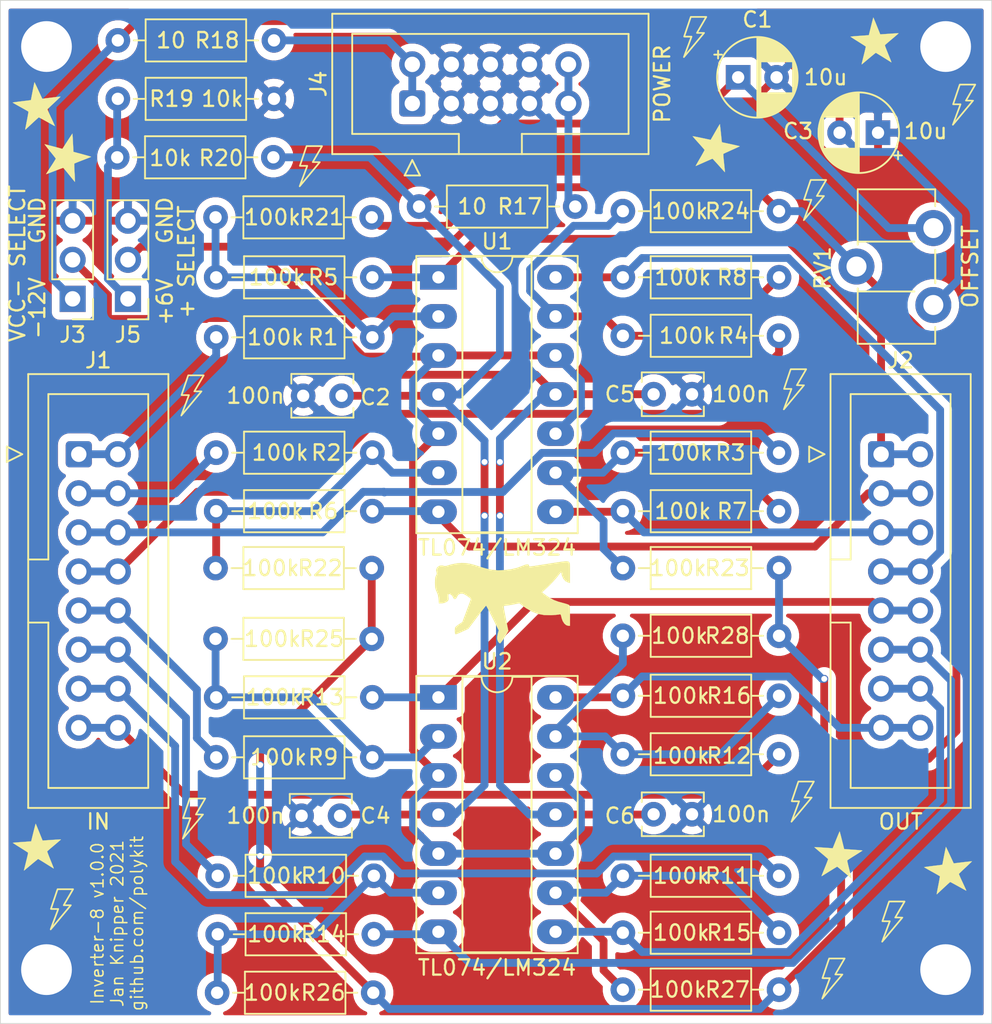
<source format=kicad_pcb>
(kicad_pcb (version 20171130) (host pcbnew 5.99.0+really5.1.10+dfsg1-1)
  (title_block (title Inverter-8) (date 2021-09-24) (rev v1.0.0) (company "Jan Knipper") (comment 1 github.com/polykit))
  (layers (0 F.Cu signal) (31 B.Cu signal) (34 B.Paste user) (35 F.Paste user) (36 B.SilkS user) (37 F.SilkS user) (38 B.Mask user) (39 F.Mask user) (44 Edge.Cuts user))
  (net 0 "")
  (net 1 +12V)
  (net 2 IN8)
  (net 3 IN7)
  (net 4 IN6)
  (net 5 IN5)
  (net 6 IN4)
  (net 7 IN3)
  (net 8 IN2)
  (net 9 IN1)
  (net 10 OUT8)
  (net 11 OUT7)
  (net 12 OUT6)
  (net 13 OUT5)
  (net 14 OUT4)
  (net 15 OUT3)
  (net 16 OUT2)
  (net 17 OUT1)
  (net 18 GND)
  (net 19 -12V)
  (net 20 "Net-(J4-Pad10)")
  (net 21 "Net-(J4-Pad1)")
  (net 22 "Net-(R1-Pad1)")
  (net 23 "Net-(R2-Pad1)")
  (net 24 "Net-(R13-Pad2)")
  (net 25 "Net-(R10-Pad1)")
  (net 26 "Net-(R11-Pad1)")
  (net 27 "Net-(R12-Pad1)")
  (net 28 "Net-(C5-Pad2)")
  (net 29 "Net-(J5-Pad1)")
  (net 30 REF)
  (net 31 "Net-(R23-Pad1)")
  (net 32 "Net-(R24-Pad1)")
  (net 33 OFFSET)
  (module Potentiometer_THT:Potentiometer_ACP_CA9-H5_Horizontal (layer F.Cu) (at 178.2 86.3 180)
    (fp_text reference RV1 (at 7.2 2.4 90) (layer F.SilkS))
    (fp_text value OFFSET (at -2.4 2.5 90) (layer F.SilkS))
    (pad 1 thru_hole circle (at 0 0 180) (size 2.34 2.34) (drill 1.3) (layers *.Cu *.Mask) (net 19 -12V))
    (pad 2 thru_hole circle (at 5 2.5 180) (size 2.34 2.34) (drill 1.3) (layers *.Cu *.Mask) (net 33 OFFSET))
    (pad 3 thru_hole circle (at 0 5 180) (size 2.34 2.34) (drill 1.3) (layers *.Cu *.Mask) (net 1 +12V))
  )
  (module Resistor_THT:R_Axial_DIN0207_L6.3mm_D2.5mm_P10.16mm_Horizontal (layer F.Cu) (at 158 107.8)
    (fp_text reference R28 (at 6.79 0) (layer F.SilkS))
    (fp_text value 100k (at 3.69 0) (layer F.SilkS))
    (pad 2 thru_hole oval (at 10.16 0) (size 1.6 1.6) (drill 0.8) (layers *.Cu *.Mask) (net 33 OFFSET))
    (pad 1 thru_hole circle (at 0 0) (size 1.6 1.6) (drill 0.8) (layers *.Cu *.Mask) (net 27 "Net-(R12-Pad1)"))
  )
  (module Resistor_THT:R_Axial_DIN0207_L6.3mm_D2.5mm_P10.16mm_Horizontal (layer F.Cu) (at 158 130.8)
    (fp_text reference R27 (at 6.8 0) (layer F.SilkS))
    (fp_text value 100k (at 3.6 0) (layer F.SilkS))
    (pad 2 thru_hole oval (at 10.16 0) (size 1.6 1.6) (drill 0.8) (layers *.Cu *.Mask) (net 33 OFFSET))
    (pad 1 thru_hole circle (at 0 0) (size 1.6 1.6) (drill 0.8) (layers *.Cu *.Mask) (net 26 "Net-(R11-Pad1)"))
  )
  (module Resistor_THT:R_Axial_DIN0207_L6.3mm_D2.5mm_P10.16mm_Horizontal (layer F.Cu) (at 131.6 131)
    (fp_text reference R26 (at 6.9 0) (layer F.SilkS))
    (fp_text value 100k (at 3.6 0) (layer F.SilkS))
    (pad 2 thru_hole oval (at 10.16 0) (size 1.6 1.6) (drill 0.8) (layers *.Cu *.Mask) (net 33 OFFSET))
    (pad 1 thru_hole circle (at 0 0) (size 1.6 1.6) (drill 0.8) (layers *.Cu *.Mask) (net 25 "Net-(R10-Pad1)"))
  )
  (module Resistor_THT:R_Axial_DIN0207_L6.3mm_D2.5mm_P10.16mm_Horizontal (layer F.Cu) (at 131.5 108)
    (fp_text reference R25 (at 6.9 0) (layer F.SilkS))
    (fp_text value 100k (at 3.7 0) (layer F.SilkS))
    (pad 2 thru_hole oval (at 10.16 0) (size 1.6 1.6) (drill 0.8) (layers *.Cu *.Mask) (net 33 OFFSET))
    (pad 1 thru_hole circle (at 0 0) (size 1.6 1.6) (drill 0.8) (layers *.Cu *.Mask) (net 24 "Net-(R13-Pad2)"))
  )
  (module Resistor_THT:R_Axial_DIN0207_L6.3mm_D2.5mm_P10.16mm_Horizontal (layer F.Cu) (at 158 80.2)
    (fp_text reference R24 (at 6.8 0) (layer F.SilkS))
    (fp_text value 100k (at 3.7 0) (layer F.SilkS))
    (pad 2 thru_hole oval (at 10.16 0) (size 1.6 1.6) (drill 0.8) (layers *.Cu *.Mask) (net 33 OFFSET))
    (pad 1 thru_hole circle (at 0 0) (size 1.6 1.6) (drill 0.8) (layers *.Cu *.Mask) (net 32 "Net-(R24-Pad1)"))
  )
  (module Resistor_THT:R_Axial_DIN0207_L6.3mm_D2.5mm_P10.16mm_Horizontal (layer F.Cu) (at 158 103.4)
    (fp_text reference R23 (at 6.79 0) (layer F.SilkS))
    (fp_text value 100k (at 3.59 0) (layer F.SilkS))
    (pad 2 thru_hole oval (at 10.16 0) (size 1.6 1.6) (drill 0.8) (layers *.Cu *.Mask) (net 33 OFFSET))
    (pad 1 thru_hole circle (at 0 0) (size 1.6 1.6) (drill 0.8) (layers *.Cu *.Mask) (net 31 "Net-(R23-Pad1)"))
  )
  (module Resistor_THT:R_Axial_DIN0207_L6.3mm_D2.5mm_P10.16mm_Horizontal (layer F.Cu) (at 131.5 103.4)
    (fp_text reference R22 (at 6.8 0) (layer F.SilkS))
    (fp_text value 100k (at 3.6 0) (layer F.SilkS))
    (pad 2 thru_hole oval (at 10.16 0) (size 1.6 1.6) (drill 0.8) (layers *.Cu *.Mask) (net 33 OFFSET))
    (pad 1 thru_hole circle (at 0 0) (size 1.6 1.6) (drill 0.8) (layers *.Cu *.Mask) (net 23 "Net-(R2-Pad1)"))
  )
  (module Resistor_THT:R_Axial_DIN0207_L6.3mm_D2.5mm_P10.16mm_Horizontal (layer F.Cu) (at 131.5 80.6)
    (fp_text reference R21 (at 6.9 0) (layer F.SilkS))
    (fp_text value 100k (at 3.7 0) (layer F.SilkS))
    (pad 2 thru_hole oval (at 10.16 0) (size 1.6 1.6) (drill 0.8) (layers *.Cu *.Mask) (net 33 OFFSET))
    (pad 1 thru_hole circle (at 0 0) (size 1.6 1.6) (drill 0.8) (layers *.Cu *.Mask) (net 22 "Net-(R1-Pad1)"))
  )
  (module Polykit:star-silk-tiny (layer F.Cu) (at 119.9 73.3 7)
    (fp_text reference G*** hide)
    (fp_text value LOGO hide)
  )
  (module Resistor_THT:R_Axial_DIN0207_L6.3mm_D2.5mm_P10.16mm_Horizontal (layer F.Cu) (at 125.1 76.7)
    (fp_text reference R20 (at 6.76 0.05) (layer F.SilkS))
    (fp_text value 10k (at 3.46 0.05) (layer F.SilkS))
    (pad 2 thru_hole oval (at 10.16 0) (size 1.6 1.6) (drill 0.8) (layers *.Cu *.Mask) (net 1 +12V))
    (pad 1 thru_hole circle (at 0 0) (size 1.6 1.6) (drill 0.8) (layers *.Cu *.Mask) (net 29 "Net-(J5-Pad1)"))
  )
  (module Resistor_THT:R_Axial_DIN0207_L6.3mm_D2.5mm_P10.16mm_Horizontal (layer F.Cu) (at 135.3 72.9 180)
    (fp_text reference R19 (at 6.66 0) (layer F.SilkS))
    (fp_text value 10k (at 3.36 0) (layer F.SilkS))
    (pad 2 thru_hole oval (at 10.16 0 180) (size 1.6 1.6) (drill 0.8) (layers *.Cu *.Mask) (net 29 "Net-(J5-Pad1)"))
    (pad 1 thru_hole circle (at 0 0 180) (size 1.6 1.6) (drill 0.8) (layers *.Cu *.Mask) (net 18 GND))
  )
  (module Connector_PinHeader_2.54mm:PinHeader_1x03_P2.54mm_Vertical (layer F.Cu) (at 125.8 85.9 180)
    (fp_text reference J5 (at 0 -2.33) (layer F.SilkS))
    (fp_text value "+ SELECT" (at -3.8 2.4 90) (layer F.SilkS))
    (pad 3 thru_hole oval (at 0 5.08 180) (size 1.7 1.7) (drill 1) (layers *.Cu *.Mask) (net 18 GND))
    (pad 2 thru_hole oval (at 0 2.54 180) (size 1.7 1.7) (drill 1) (layers *.Cu *.Mask) (net 30 REF))
    (pad 1 thru_hole rect (at 0 0 180) (size 1.7 1.7) (drill 1) (layers *.Cu *.Mask) (net 29 "Net-(J5-Pad1)"))
  )
  (module Polykit:star-silk-tiny (layer F.Cu) (at 179.2 123 7)
    (fp_text reference G*** hide)
    (fp_text value LOGO hide)
  )
  (module Polykit:star-silk-tiny (layer F.Cu) (at 172 122 356)
    (fp_text reference G*** hide)
    (fp_text value LOGO hide)
  )
  (module Polykit:star-silk-tiny (layer F.Cu) (at 121.8 76.6 345)
    (fp_text reference G*** hide)
    (fp_text value LOGO hide)
  )
  (module Polykit:star-silk-tiny (layer F.Cu) (at 174.4 69.1 4)
    (fp_text reference G*** hide)
    (fp_text value LOGO hide)
  )
  (module Polykit:star-silk-tiny (layer F.Cu) (at 164 76 348)
    (fp_text reference G*** hide)
    (fp_text value LOGO hide)
  )
  (module Polykit:star-silk-tiny (layer F.Cu) (at 119.9 121.5 4)
    (fp_text reference G*** hide)
    (fp_text value LOGO hide)
  )
  (module Polykit:blitz-silk-supertiny (layer F.Cu) (at 121.5 125.6)
    (fp_text reference G*** hide)
    (fp_text value LOGO hide)
  )
  (module Polykit:blitz-silk-supertiny (layer F.Cu) (at 170.5 79.5)
    (fp_text reference G*** hide)
    (fp_text value LOGO hide)
  )
  (module Polykit:blitz-silk-supertiny (layer F.Cu) (at 162.7 68.9)
    (fp_text reference G*** hide)
    (fp_text value LOGO hide)
  )
  (module Polykit:blitz-silk-supertiny (layer F.Cu) (at 169.7 118.6)
    (fp_text reference G*** hide)
    (fp_text value LOGO hide)
  )
  (module Polykit:blitz-silk-supertiny (layer F.Cu) (at 130.1 119.7)
    (fp_text reference G*** hide)
    (fp_text value LOGO hide)
  )
  (module Polykit:blitz-silk-supertiny (layer F.Cu) (at 169.2 91.8)
    (fp_text reference G*** hide)
    (fp_text value LOGO hide)
  )
  (module Polykit:blitz-silk-supertiny (layer F.Cu) (at 130 92.2)
    (fp_text reference G*** hide)
    (fp_text value LOGO hide)
  )
  (module Polykit:blitz-silk-supertiny (layer F.Cu) (at 175.6 126.4)
    (fp_text reference G*** hide)
    (fp_text value LOGO hide)
  )
  (module Polykit:blitz-silk-supertiny (layer F.Cu) (at 171.7 130.1)
    (fp_text reference G*** hide)
    (fp_text value LOGO hide)
  )
  (module Polykit:blitz-silk-supertiny (layer F.Cu) (at 180.2 73.3)
    (fp_text reference G*** hide)
    (fp_text value LOGO hide)
  )
  (module Polykit:blitz-silk-supertiny (layer F.Cu) (at 137.7 77.3)
    (fp_text reference G*** hide)
    (fp_text value LOGO hide)
  )
  (module Polykit:bär-small (layer F.Cu) (at 150.2 105.5 90)
    (fp_text reference G*** hide)
    (fp_text value LOGO hide)
  )
  (module Capacitor_THT:C_Disc_D3.8mm_W2.6mm_P2.50mm (layer F.Cu) (at 162.5 119.4 180)
    (fp_text reference C6 (at 4.7 -0.1) (layer F.SilkS))
    (fp_text value 100n (at -3.2 0) (layer F.SilkS))
    (pad 2 thru_hole circle (at 2.5 0 180) (size 1.6 1.6) (drill 0.8) (layers *.Cu *.Mask) (net 28 "Net-(C5-Pad2)"))
    (pad 1 thru_hole circle (at 0 0 180) (size 1.6 1.6) (drill 0.8) (layers *.Cu *.Mask) (net 18 GND))
  )
  (module Capacitor_THT:C_Disc_D3.8mm_W2.6mm_P2.50mm (layer F.Cu) (at 162.5 92.1 180)
    (fp_text reference C5 (at 4.7 0) (layer F.SilkS))
    (fp_text value 100n (at -3.2 0) (layer F.SilkS))
    (pad 2 thru_hole circle (at 2.5 0 180) (size 1.6 1.6) (drill 0.8) (layers *.Cu *.Mask) (net 28 "Net-(C5-Pad2)"))
    (pad 1 thru_hole circle (at 0 0 180) (size 1.6 1.6) (drill 0.8) (layers *.Cu *.Mask) (net 18 GND))
  )
  (module Capacitor_THT:CP_Radial_D5.0mm_P2.50mm (layer F.Cu) (at 174.6 75.1 180)
    (fp_text reference C3 (at 5.2 0.1) (layer F.SilkS))
    (fp_text value 10u (at -3.1 0.1) (layer F.SilkS))
    (pad 2 thru_hole circle (at 2.5 0 180) (size 1.6 1.6) (drill 0.8) (layers *.Cu *.Mask) (net 19 -12V))
    (pad 1 thru_hole rect (at 0 0 180) (size 1.6 1.6) (drill 0.8) (layers *.Cu *.Mask) (net 18 GND))
  )
  (module Capacitor_THT:CP_Radial_D5.0mm_P2.50mm (layer F.Cu) (at 165.5 71.5)
    (fp_text reference C1 (at 1.25 -3.75) (layer F.SilkS))
    (fp_text value 10u (at 5.7 0) (layer F.SilkS))
    (pad 2 thru_hole circle (at 2.5 0) (size 1.6 1.6) (drill 0.8) (layers *.Cu *.Mask) (net 18 GND))
    (pad 1 thru_hole rect (at 0 0) (size 1.6 1.6) (drill 0.8) (layers *.Cu *.Mask) (net 1 +12V))
  )
  (module Package_DIP:DIP-14_W7.62mm_Socket_LongPads (layer F.Cu) (at 146 111.8)
    (fp_text reference U2 (at 3.81 -2.33) (layer F.SilkS))
    (fp_text value TL074/LM324 (at 3.81 17.57) (layer F.SilkS))
    (pad 14 thru_hole oval (at 7.62 0) (size 2.4 1.6) (drill 0.8) (layers *.Cu *.Mask) (net 10 OUT8))
    (pad 7 thru_hole oval (at 0 15.24) (size 2.4 1.6) (drill 0.8) (layers *.Cu *.Mask) (net 12 OUT6))
    (pad 13 thru_hole oval (at 7.62 2.54) (size 2.4 1.6) (drill 0.8) (layers *.Cu *.Mask) (net 27 "Net-(R12-Pad1)"))
    (pad 6 thru_hole oval (at 0 12.7) (size 2.4 1.6) (drill 0.8) (layers *.Cu *.Mask) (net 25 "Net-(R10-Pad1)"))
    (pad 12 thru_hole oval (at 7.62 5.08) (size 2.4 1.6) (drill 0.8) (layers *.Cu *.Mask) (net 30 REF))
    (pad 5 thru_hole oval (at 0 10.16) (size 2.4 1.6) (drill 0.8) (layers *.Cu *.Mask) (net 30 REF))
    (pad 11 thru_hole oval (at 7.62 7.62) (size 2.4 1.6) (drill 0.8) (layers *.Cu *.Mask) (net 28 "Net-(C5-Pad2)"))
    (pad 4 thru_hole oval (at 0 7.62) (size 2.4 1.6) (drill 0.8) (layers *.Cu *.Mask) (net 1 +12V))
    (pad 10 thru_hole oval (at 7.62 10.16) (size 2.4 1.6) (drill 0.8) (layers *.Cu *.Mask) (net 30 REF))
    (pad 3 thru_hole oval (at 0 5.08) (size 2.4 1.6) (drill 0.8) (layers *.Cu *.Mask) (net 30 REF))
    (pad 9 thru_hole oval (at 7.62 12.7) (size 2.4 1.6) (drill 0.8) (layers *.Cu *.Mask) (net 26 "Net-(R11-Pad1)"))
    (pad 2 thru_hole oval (at 0 2.54) (size 2.4 1.6) (drill 0.8) (layers *.Cu *.Mask) (net 24 "Net-(R13-Pad2)"))
    (pad 8 thru_hole oval (at 7.62 15.24) (size 2.4 1.6) (drill 0.8) (layers *.Cu *.Mask) (net 11 OUT7))
    (pad 1 thru_hole rect (at 0 0) (size 2.4 1.6) (drill 0.8) (layers *.Cu *.Mask) (net 13 OUT5))
  )
  (module Package_DIP:DIP-14_W7.62mm_Socket_LongPads (layer F.Cu) (at 146 84.5)
    (fp_text reference U1 (at 3.81 -2.33) (layer F.SilkS))
    (fp_text value TL074/LM324 (at 3.81 17.57) (layer F.SilkS))
    (pad 14 thru_hole oval (at 7.62 0) (size 2.4 1.6) (drill 0.8) (layers *.Cu *.Mask) (net 14 OUT4))
    (pad 7 thru_hole oval (at 0 15.24) (size 2.4 1.6) (drill 0.8) (layers *.Cu *.Mask) (net 16 OUT2))
    (pad 13 thru_hole oval (at 7.62 2.54) (size 2.4 1.6) (drill 0.8) (layers *.Cu *.Mask) (net 32 "Net-(R24-Pad1)"))
    (pad 6 thru_hole oval (at 0 12.7) (size 2.4 1.6) (drill 0.8) (layers *.Cu *.Mask) (net 23 "Net-(R2-Pad1)"))
    (pad 12 thru_hole oval (at 7.62 5.08) (size 2.4 1.6) (drill 0.8) (layers *.Cu *.Mask) (net 30 REF))
    (pad 5 thru_hole oval (at 0 10.16) (size 2.4 1.6) (drill 0.8) (layers *.Cu *.Mask) (net 30 REF))
    (pad 11 thru_hole oval (at 7.62 7.62) (size 2.4 1.6) (drill 0.8) (layers *.Cu *.Mask) (net 28 "Net-(C5-Pad2)"))
    (pad 4 thru_hole oval (at 0 7.62) (size 2.4 1.6) (drill 0.8) (layers *.Cu *.Mask) (net 1 +12V))
    (pad 10 thru_hole oval (at 7.62 10.16) (size 2.4 1.6) (drill 0.8) (layers *.Cu *.Mask) (net 30 REF))
    (pad 3 thru_hole oval (at 0 5.08) (size 2.4 1.6) (drill 0.8) (layers *.Cu *.Mask) (net 30 REF))
    (pad 9 thru_hole oval (at 7.62 12.7) (size 2.4 1.6) (drill 0.8) (layers *.Cu *.Mask) (net 31 "Net-(R23-Pad1)"))
    (pad 2 thru_hole oval (at 0 2.54) (size 2.4 1.6) (drill 0.8) (layers *.Cu *.Mask) (net 22 "Net-(R1-Pad1)"))
    (pad 8 thru_hole oval (at 7.62 15.24) (size 2.4 1.6) (drill 0.8) (layers *.Cu *.Mask) (net 15 OUT3))
    (pad 1 thru_hole rect (at 0 0) (size 2.4 1.6) (drill 0.8) (layers *.Cu *.Mask) (net 17 OUT1))
  )
  (module Resistor_THT:R_Axial_DIN0207_L6.3mm_D2.5mm_P10.16mm_Horizontal (layer F.Cu) (at 135.3 69.1 180)
    (fp_text reference R18 (at 3.7 0) (layer F.SilkS))
    (fp_text value 10 (at 6.7 0) (layer F.SilkS))
    (pad 2 thru_hole oval (at 10.16 0 180) (size 1.6 1.6) (drill 0.8) (layers *.Cu *.Mask) (net 19 -12V))
    (pad 1 thru_hole circle (at 0 0 180) (size 1.6 1.6) (drill 0.8) (layers *.Cu *.Mask) (net 21 "Net-(J4-Pad1)"))
  )
  (module Resistor_THT:R_Axial_DIN0207_L6.3mm_D2.5mm_P10.16mm_Horizontal (layer F.Cu) (at 154.9 79.9 180)
    (fp_text reference R17 (at 3.6 0) (layer F.SilkS))
    (fp_text value 10 (at 6.7 0) (layer F.SilkS))
    (pad 2 thru_hole oval (at 10.16 0 180) (size 1.6 1.6) (drill 0.8) (layers *.Cu *.Mask) (net 1 +12V))
    (pad 1 thru_hole circle (at 0 0 180) (size 1.6 1.6) (drill 0.8) (layers *.Cu *.Mask) (net 20 "Net-(J4-Pad10)"))
  )
  (module Resistor_THT:R_Axial_DIN0207_L6.3mm_D2.5mm_P10.16mm_Horizontal (layer F.Cu) (at 158 111.7)
    (fp_text reference R16 (at 6.9 0) (layer F.SilkS))
    (fp_text value 100k (at 3.8 0) (layer F.SilkS))
    (pad 2 thru_hole oval (at 10.16 0) (size 1.6 1.6) (drill 0.8) (layers *.Cu *.Mask) (net 27 "Net-(R12-Pad1)"))
    (pad 1 thru_hole circle (at 0 0) (size 1.6 1.6) (drill 0.8) (layers *.Cu *.Mask) (net 10 OUT8))
  )
  (module Resistor_THT:R_Axial_DIN0207_L6.3mm_D2.5mm_P10.16mm_Horizontal (layer F.Cu) (at 158 127.1)
    (fp_text reference R15 (at 6.9 0) (layer F.SilkS))
    (fp_text value 100k (at 3.8 0) (layer F.SilkS))
    (pad 2 thru_hole oval (at 10.16 0) (size 1.6 1.6) (drill 0.8) (layers *.Cu *.Mask) (net 26 "Net-(R11-Pad1)"))
    (pad 1 thru_hole circle (at 0 0) (size 1.6 1.6) (drill 0.8) (layers *.Cu *.Mask) (net 11 OUT7))
  )
  (module Resistor_THT:R_Axial_DIN0207_L6.3mm_D2.5mm_P10.16mm_Horizontal (layer F.Cu) (at 141.8 127.2 180)
    (fp_text reference R14 (at 3.3 0) (layer F.SilkS))
    (fp_text value 100k (at 6.4 0) (layer F.SilkS))
    (pad 2 thru_hole oval (at 10.16 0 180) (size 1.6 1.6) (drill 0.8) (layers *.Cu *.Mask) (net 25 "Net-(R10-Pad1)"))
    (pad 1 thru_hole circle (at 0 0 180) (size 1.6 1.6) (drill 0.8) (layers *.Cu *.Mask) (net 12 OUT6))
  )
  (module Resistor_THT:R_Axial_DIN0207_L6.3mm_D2.5mm_P10.16mm_Horizontal (layer F.Cu) (at 141.7 111.8 180)
    (fp_text reference R13 (at 3.3 0) (layer F.SilkS))
    (fp_text value 100k (at 6.4 0) (layer F.SilkS))
    (pad 2 thru_hole oval (at 10.16 0 180) (size 1.6 1.6) (drill 0.8) (layers *.Cu *.Mask) (net 24 "Net-(R13-Pad2)"))
    (pad 1 thru_hole circle (at 0 0 180) (size 1.6 1.6) (drill 0.8) (layers *.Cu *.Mask) (net 13 OUT5))
  )
  (module Resistor_THT:R_Axial_DIN0207_L6.3mm_D2.5mm_P10.16mm_Horizontal (layer F.Cu) (at 158 115.5)
    (fp_text reference R12 (at 6.9 0.1) (layer F.SilkS))
    (fp_text value 100k (at 3.8 0.1) (layer F.SilkS))
    (pad 2 thru_hole oval (at 10.16 0) (size 1.6 1.6) (drill 0.8) (layers *.Cu *.Mask) (net 2 IN8))
    (pad 1 thru_hole circle (at 0 0) (size 1.6 1.6) (drill 0.8) (layers *.Cu *.Mask) (net 27 "Net-(R12-Pad1)"))
  )
  (module Resistor_THT:R_Axial_DIN0207_L6.3mm_D2.5mm_P10.16mm_Horizontal (layer F.Cu) (at 158 123.4)
    (fp_text reference R11 (at 6.8 0) (layer F.SilkS))
    (fp_text value 100k (at 3.8 0) (layer F.SilkS))
    (pad 2 thru_hole oval (at 10.16 0) (size 1.6 1.6) (drill 0.8) (layers *.Cu *.Mask) (net 3 IN7))
    (pad 1 thru_hole circle (at 0 0) (size 1.6 1.6) (drill 0.8) (layers *.Cu *.Mask) (net 26 "Net-(R11-Pad1)"))
  )
  (module Resistor_THT:R_Axial_DIN0207_L6.3mm_D2.5mm_P10.16mm_Horizontal (layer F.Cu) (at 141.8 123.4 180)
    (fp_text reference R10 (at 3.3 0) (layer F.SilkS))
    (fp_text value 100k (at 6.4 0) (layer F.SilkS))
    (pad 2 thru_hole oval (at 10.16 0 180) (size 1.6 1.6) (drill 0.8) (layers *.Cu *.Mask) (net 4 IN6))
    (pad 1 thru_hole circle (at 0 0 180) (size 1.6 1.6) (drill 0.8) (layers *.Cu *.Mask) (net 25 "Net-(R10-Pad1)"))
  )
  (module Resistor_THT:R_Axial_DIN0207_L6.3mm_D2.5mm_P10.16mm_Horizontal (layer F.Cu) (at 141.7 115.7 180)
    (fp_text reference R9 (at 3.2 0) (layer F.SilkS))
    (fp_text value 100k (at 6.1 0) (layer F.SilkS))
    (pad 2 thru_hole oval (at 10.16 0 180) (size 1.6 1.6) (drill 0.8) (layers *.Cu *.Mask) (net 5 IN5))
    (pad 1 thru_hole circle (at 0 0 180) (size 1.6 1.6) (drill 0.8) (layers *.Cu *.Mask) (net 24 "Net-(R13-Pad2)"))
  )
  (module Resistor_THT:R_Axial_DIN0207_L6.3mm_D2.5mm_P10.16mm_Horizontal (layer F.Cu) (at 158 84.5)
    (fp_text reference R8 (at 7.1 0) (layer F.SilkS))
    (fp_text value 100k (at 3.9 0) (layer F.SilkS))
    (pad 2 thru_hole oval (at 10.16 0) (size 1.6 1.6) (drill 0.8) (layers *.Cu *.Mask) (net 32 "Net-(R24-Pad1)"))
    (pad 1 thru_hole circle (at 0 0) (size 1.6 1.6) (drill 0.8) (layers *.Cu *.Mask) (net 14 OUT4))
  )
  (module Resistor_THT:R_Axial_DIN0207_L6.3mm_D2.5mm_P10.16mm_Horizontal (layer F.Cu) (at 158 99.7)
    (fp_text reference R7 (at 7.1 0) (layer F.SilkS))
    (fp_text value 100k (at 3.9 0) (layer F.SilkS))
    (pad 2 thru_hole oval (at 10.16 0) (size 1.6 1.6) (drill 0.8) (layers *.Cu *.Mask) (net 31 "Net-(R23-Pad1)"))
    (pad 1 thru_hole circle (at 0 0) (size 1.6 1.6) (drill 0.8) (layers *.Cu *.Mask) (net 15 OUT3))
  )
  (module Resistor_THT:R_Axial_DIN0207_L6.3mm_D2.5mm_P10.16mm_Horizontal (layer F.Cu) (at 141.7 99.7 180)
    (fp_text reference R6 (at 3.2 0) (layer F.SilkS))
    (fp_text value 100k (at 6.3 0) (layer F.SilkS))
    (pad 2 thru_hole oval (at 10.16 0 180) (size 1.6 1.6) (drill 0.8) (layers *.Cu *.Mask) (net 23 "Net-(R2-Pad1)"))
    (pad 1 thru_hole circle (at 0 0 180) (size 1.6 1.6) (drill 0.8) (layers *.Cu *.Mask) (net 16 OUT2))
  )
  (module Resistor_THT:R_Axial_DIN0207_L6.3mm_D2.5mm_P10.16mm_Horizontal (layer F.Cu) (at 141.7 84.5 180)
    (fp_text reference R5 (at 3.2 0) (layer F.SilkS))
    (fp_text value 100k (at 6.2 0) (layer F.SilkS))
    (pad 2 thru_hole oval (at 10.16 0 180) (size 1.6 1.6) (drill 0.8) (layers *.Cu *.Mask) (net 22 "Net-(R1-Pad1)"))
    (pad 1 thru_hole circle (at 0 0 180) (size 1.6 1.6) (drill 0.8) (layers *.Cu *.Mask) (net 17 OUT1))
  )
  (module Resistor_THT:R_Axial_DIN0207_L6.3mm_D2.5mm_P10.16mm_Horizontal (layer F.Cu) (at 158 88.3)
    (fp_text reference R4 (at 7.2 0) (layer F.SilkS))
    (fp_text value 100k (at 4.2 0) (layer F.SilkS))
    (pad 2 thru_hole oval (at 10.16 0) (size 1.6 1.6) (drill 0.8) (layers *.Cu *.Mask) (net 6 IN4))
    (pad 1 thru_hole circle (at 0 0) (size 1.6 1.6) (drill 0.8) (layers *.Cu *.Mask) (net 32 "Net-(R24-Pad1)"))
  )
  (module Resistor_THT:R_Axial_DIN0207_L6.3mm_D2.5mm_P10.16mm_Horizontal (layer F.Cu) (at 158 95.9)
    (fp_text reference R3 (at 7 0) (layer F.SilkS))
    (fp_text value 100k (at 4 0) (layer F.SilkS))
    (pad 2 thru_hole oval (at 10.16 0) (size 1.6 1.6) (drill 0.8) (layers *.Cu *.Mask) (net 7 IN3))
    (pad 1 thru_hole circle (at 0 0) (size 1.6 1.6) (drill 0.8) (layers *.Cu *.Mask) (net 31 "Net-(R23-Pad1)"))
  )
  (module Resistor_THT:R_Axial_DIN0207_L6.3mm_D2.5mm_P10.16mm_Horizontal (layer F.Cu) (at 141.7 95.9 180)
    (fp_text reference R2 (at 3 0) (layer F.SilkS))
    (fp_text value 100k (at 6 0) (layer F.SilkS))
    (pad 2 thru_hole oval (at 10.16 0 180) (size 1.6 1.6) (drill 0.8) (layers *.Cu *.Mask) (net 8 IN2))
    (pad 1 thru_hole circle (at 0 0 180) (size 1.6 1.6) (drill 0.8) (layers *.Cu *.Mask) (net 23 "Net-(R2-Pad1)"))
  )
  (module Resistor_THT:R_Axial_DIN0207_L6.3mm_D2.5mm_P10.16mm_Horizontal (layer F.Cu) (at 141.7 88.4 180)
    (fp_text reference R1 (at 3.2 0) (layer F.SilkS))
    (fp_text value 100k (at 6.3 0) (layer F.SilkS))
    (pad 2 thru_hole oval (at 10.16 0 180) (size 1.6 1.6) (drill 0.8) (layers *.Cu *.Mask) (net 9 IN1))
    (pad 1 thru_hole circle (at 0 0 180) (size 1.6 1.6) (drill 0.8) (layers *.Cu *.Mask) (net 22 "Net-(R1-Pad1)"))
  )
  (module Connector_IDC:IDC-Header_2x05_P2.54mm_Vertical (layer F.Cu) (at 144.3 73.2 90)
    (fp_text reference J4 (at 1.27 -6.1 90) (layer F.SilkS))
    (fp_text value POWER (at 1.27 16.26 90) (layer F.SilkS))
    (pad 10 thru_hole circle (at 2.54 10.16 90) (size 1.7 1.7) (drill 1) (layers *.Cu *.Mask) (net 20 "Net-(J4-Pad10)"))
    (pad 8 thru_hole circle (at 2.54 7.62 90) (size 1.7 1.7) (drill 1) (layers *.Cu *.Mask) (net 18 GND))
    (pad 6 thru_hole circle (at 2.54 5.08 90) (size 1.7 1.7) (drill 1) (layers *.Cu *.Mask) (net 18 GND))
    (pad 4 thru_hole circle (at 2.54 2.54 90) (size 1.7 1.7) (drill 1) (layers *.Cu *.Mask) (net 18 GND))
    (pad 2 thru_hole circle (at 2.54 0 90) (size 1.7 1.7) (drill 1) (layers *.Cu *.Mask) (net 21 "Net-(J4-Pad1)"))
    (pad 9 thru_hole circle (at 0 10.16 90) (size 1.7 1.7) (drill 1) (layers *.Cu *.Mask) (net 20 "Net-(J4-Pad10)"))
    (pad 7 thru_hole circle (at 0 7.62 90) (size 1.7 1.7) (drill 1) (layers *.Cu *.Mask) (net 18 GND))
    (pad 5 thru_hole circle (at 0 5.08 90) (size 1.7 1.7) (drill 1) (layers *.Cu *.Mask) (net 18 GND))
    (pad 3 thru_hole circle (at 0 2.54 90) (size 1.7 1.7) (drill 1) (layers *.Cu *.Mask) (net 18 GND))
    (pad 1 thru_hole roundrect (at 0 0 90) (size 1.7 1.7) (drill 1) (layers *.Cu *.Mask) (roundrect_rratio 0.1470588235294118) (net 21 "Net-(J4-Pad1)"))
  )
  (module Connector_PinHeader_2.54mm:PinHeader_1x03_P2.54mm_Vertical (layer F.Cu) (at 122.2 85.9 180)
    (fp_text reference J3 (at 0 -2.33) (layer F.SilkS))
    (fp_text value "VCC- SELECT" (at 3.6 2.3 270) (layer F.SilkS))
    (pad 3 thru_hole oval (at 0 5.08 180) (size 1.7 1.7) (drill 1) (layers *.Cu *.Mask) (net 18 GND))
    (pad 2 thru_hole oval (at 0 2.54 180) (size 1.7 1.7) (drill 1) (layers *.Cu *.Mask) (net 28 "Net-(C5-Pad2)"))
    (pad 1 thru_hole rect (at 0 0 180) (size 1.7 1.7) (drill 1) (layers *.Cu *.Mask) (net 19 -12V))
  )
  (module Connector_IDC:IDC-Header_2x08_P2.54mm_Vertical (layer F.Cu) (at 174.8 96)
    (fp_text reference J2 (at 1.27 -6.1) (layer F.SilkS))
    (fp_text value OUT (at 1.27 23.88) (layer F.SilkS))
    (pad 16 thru_hole circle (at 2.54 17.78) (size 1.7 1.7) (drill 1) (layers *.Cu *.Mask) (net 10 OUT8))
    (pad 14 thru_hole circle (at 2.54 15.24) (size 1.7 1.7) (drill 1) (layers *.Cu *.Mask) (net 11 OUT7))
    (pad 12 thru_hole circle (at 2.54 12.7) (size 1.7 1.7) (drill 1) (layers *.Cu *.Mask) (net 12 OUT6))
    (pad 10 thru_hole circle (at 2.54 10.16) (size 1.7 1.7) (drill 1) (layers *.Cu *.Mask) (net 13 OUT5))
    (pad 8 thru_hole circle (at 2.54 7.62) (size 1.7 1.7) (drill 1) (layers *.Cu *.Mask) (net 14 OUT4))
    (pad 6 thru_hole circle (at 2.54 5.08) (size 1.7 1.7) (drill 1) (layers *.Cu *.Mask) (net 15 OUT3))
    (pad 4 thru_hole circle (at 2.54 2.54) (size 1.7 1.7) (drill 1) (layers *.Cu *.Mask) (net 16 OUT2))
    (pad 2 thru_hole circle (at 2.54 0) (size 1.7 1.7) (drill 1) (layers *.Cu *.Mask) (net 17 OUT1))
    (pad 15 thru_hole circle (at 0 17.78) (size 1.7 1.7) (drill 1) (layers *.Cu *.Mask) (net 10 OUT8))
    (pad 13 thru_hole circle (at 0 15.24) (size 1.7 1.7) (drill 1) (layers *.Cu *.Mask) (net 11 OUT7))
    (pad 11 thru_hole circle (at 0 12.7) (size 1.7 1.7) (drill 1) (layers *.Cu *.Mask) (net 12 OUT6))
    (pad 9 thru_hole circle (at 0 10.16) (size 1.7 1.7) (drill 1) (layers *.Cu *.Mask) (net 13 OUT5))
    (pad 7 thru_hole circle (at 0 7.62) (size 1.7 1.7) (drill 1) (layers *.Cu *.Mask) (net 14 OUT4))
    (pad 5 thru_hole circle (at 0 5.08) (size 1.7 1.7) (drill 1) (layers *.Cu *.Mask) (net 15 OUT3))
    (pad 3 thru_hole circle (at 0 2.54) (size 1.7 1.7) (drill 1) (layers *.Cu *.Mask) (net 16 OUT2))
    (pad 1 thru_hole roundrect (at 0 0) (size 1.7 1.7) (drill 1) (layers *.Cu *.Mask) (roundrect_rratio 0.1470588235294118) (net 17 OUT1))
  )
  (module Connector_IDC:IDC-Header_2x08_P2.54mm_Vertical (layer F.Cu) (at 122.6 96)
    (fp_text reference J1 (at 1.27 -6.1) (layer F.SilkS))
    (fp_text value IN (at 1.27 23.88) (layer F.SilkS))
    (pad 16 thru_hole circle (at 2.54 17.78) (size 1.7 1.7) (drill 1) (layers *.Cu *.Mask) (net 2 IN8))
    (pad 14 thru_hole circle (at 2.54 15.24) (size 1.7 1.7) (drill 1) (layers *.Cu *.Mask) (net 3 IN7))
    (pad 12 thru_hole circle (at 2.54 12.7) (size 1.7 1.7) (drill 1) (layers *.Cu *.Mask) (net 4 IN6))
    (pad 10 thru_hole circle (at 2.54 10.16) (size 1.7 1.7) (drill 1) (layers *.Cu *.Mask) (net 5 IN5))
    (pad 8 thru_hole circle (at 2.54 7.62) (size 1.7 1.7) (drill 1) (layers *.Cu *.Mask) (net 6 IN4))
    (pad 6 thru_hole circle (at 2.54 5.08) (size 1.7 1.7) (drill 1) (layers *.Cu *.Mask) (net 7 IN3))
    (pad 4 thru_hole circle (at 2.54 2.54) (size 1.7 1.7) (drill 1) (layers *.Cu *.Mask) (net 8 IN2))
    (pad 2 thru_hole circle (at 2.54 0) (size 1.7 1.7) (drill 1) (layers *.Cu *.Mask) (net 9 IN1))
    (pad 15 thru_hole circle (at 0 17.78) (size 1.7 1.7) (drill 1) (layers *.Cu *.Mask) (net 2 IN8))
    (pad 13 thru_hole circle (at 0 15.24) (size 1.7 1.7) (drill 1) (layers *.Cu *.Mask) (net 3 IN7))
    (pad 11 thru_hole circle (at 0 12.7) (size 1.7 1.7) (drill 1) (layers *.Cu *.Mask) (net 4 IN6))
    (pad 9 thru_hole circle (at 0 10.16) (size 1.7 1.7) (drill 1) (layers *.Cu *.Mask) (net 5 IN5))
    (pad 7 thru_hole circle (at 0 7.62) (size 1.7 1.7) (drill 1) (layers *.Cu *.Mask) (net 6 IN4))
    (pad 5 thru_hole circle (at 0 5.08) (size 1.7 1.7) (drill 1) (layers *.Cu *.Mask) (net 7 IN3))
    (pad 3 thru_hole circle (at 0 2.54) (size 1.7 1.7) (drill 1) (layers *.Cu *.Mask) (net 8 IN2))
    (pad 1 thru_hole roundrect (at 0 0) (size 1.7 1.7) (drill 1) (layers *.Cu *.Mask) (roundrect_rratio 0.1470588235294118) (net 9 IN1))
  )
  (module Capacitor_THT:C_Disc_D3.8mm_W2.6mm_P2.50mm (layer F.Cu) (at 137.1 119.5)
    (fp_text reference C4 (at 4.8 0) (layer F.SilkS))
    (fp_text value 100n (at -3 0) (layer F.SilkS))
    (pad 2 thru_hole circle (at 2.5 0) (size 1.6 1.6) (drill 0.8) (layers *.Cu *.Mask) (net 1 +12V))
    (pad 1 thru_hole circle (at 0 0) (size 1.6 1.6) (drill 0.8) (layers *.Cu *.Mask) (net 18 GND))
  )
  (module Capacitor_THT:C_Disc_D3.8mm_W2.6mm_P2.50mm (layer F.Cu) (at 137.2 92.2)
    (fp_text reference C2 (at 4.7 0.1) (layer F.SilkS))
    (fp_text value 100n (at -3.1 0) (layer F.SilkS))
    (pad 2 thru_hole circle (at 2.5 0) (size 1.6 1.6) (drill 0.8) (layers *.Cu *.Mask) (net 1 +12V))
    (pad 1 thru_hole circle (at 0 0) (size 1.6 1.6) (drill 0.8) (layers *.Cu *.Mask) (net 18 GND))
  )
  (gr_text GND (at 128.2 80.8 90) (layer F.SilkS) (effects (font (size 1 1))))
  (gr_text +6V (at 128.2 86.1 90) (layer F.SilkS) (effects (font (size 1 1))))
  (gr_text "Inverter-8 v1.0.0\nJan Knipper 2021\ngithub.com/polykit\n" (at 125.1 126.5 90) (layer F.SilkS) (effects (font (size 0.8 0.8) (thickness 0.1))))
  (gr_line (start 182 66.5) (end 117.5 66.5) (layer Edge.Cuts) (width 0.05))
  (gr_line (start 182 133) (end 182 66.5) (layer Edge.Cuts) (width 0.05))
  (gr_line (start 117.5 133) (end 182 133) (layer Edge.Cuts) (width 0.05))
  (gr_line (start 117.5 66.5) (end 117.5 133) (layer Edge.Cuts) (width 0.05))
  (gr_text -12V (at 119.9 86.5 90) (layer F.SilkS) (effects (font (size 1 1))))
  (gr_text GND (at 119.9 80.8 90) (layer F.SilkS) (effects (font (size 1 1))))
  (segment (start 147.38 92.12) (end 150 89.5) (width 0.508) (layer B.Cu) (net 1))
  (segment (start 146 92.12) (end 147.38 92.12) (width 0.508) (layer B.Cu) (net 1))
  (segment (start 145.92 92.2) (end 146 92.12) (width 0.508) (layer B.Cu) (net 1))
  (segment (start 139.7 92.2) (end 145.92 92.2) (width 0.508) (layer F.Cu) (net 1))
  (segment (start 139.68 119.42) (end 139.6 119.5) (width 0.508) (layer B.Cu) (net 1))
  (segment (start 146 119.42) (end 139.68 119.42) (width 0.508) (layer F.Cu) (net 1))
  (segment (start 146 92.12) (end 149 95.12) (width 0.508) (layer B.Cu) (net 1))
  (segment (start 149 95.12) (end 149 96.5) (width 0.508) (layer B.Cu) (net 1))
  (segment (start 149 96.5) (end 149 96.5) (width 0.508) (layer B.Cu) (net 1))
  (via (at 149 96.5) (size 0.508) (drill 0.381) (layers F.Cu B.Cu) (net 1))
  (segment (start 149 96.5) (end 149 100) (width 0.508) (layer F.Cu) (net 1))
  (segment (start 149 100) (end 149 100) (width 0.508) (layer F.Cu) (net 1))
  (via (at 149 100) (size 0.508) (drill 0.381) (layers F.Cu B.Cu) (net 1))
  (segment (start 147.08 119.42) (end 146 119.42) (width 0.508) (layer B.Cu) (net 1))
  (segment (start 149 117.5) (end 147.08 119.42) (width 0.508) (layer B.Cu) (net 1))
  (segment (start 149 100) (end 149 117.5) (width 0.508) (layer B.Cu) (net 1))
  (segment (start 165.5 71.74) (end 165.5 71.5) (width 0.508) (layer F.Cu) (net 1))
  (segment (start 141.54 76.7) (end 144.74 79.9) (width 0.508) (layer B.Cu) (net 1))
  (segment (start 135.26 76.7) (end 141.54 76.7) (width 0.508) (layer B.Cu) (net 1))
  (segment (start 175.3 81.3) (end 178.2 81.3) (width 0.508) (layer B.Cu) (net 1))
  (segment (start 165.5 71.5) (end 175.3 81.3) (width 0.508) (layer B.Cu) (net 1))
  (segment (start 150 85.16) (end 150 89.5) (width 0.508) (layer B.Cu) (net 1))
  (segment (start 144.74 79.9) (end 150 85.16) (width 0.508) (layer B.Cu) (net 1))
  (segment (start 150.135999 74.504001) (end 144.74 79.9) (width 0.508) (layer F.Cu) (net 1))
  (segment (start 162.495999 74.504001) (end 150.135999 74.504001) (width 0.508) (layer F.Cu) (net 1))
  (segment (start 165.5 71.5) (end 162.495999 74.504001) (width 0.508) (layer F.Cu) (net 1))
  (segment (start 122.6 113.78) (end 125.14 113.78) (width 0.508) (layer B.Cu) (net 2))
  (segment (start 129.49401 118.13401) (end 125.14 113.78) (width 0.508) (layer F.Cu) (net 2))
  (segment (start 165.52599 118.13401) (end 129.49401 118.13401) (width 0.508) (layer F.Cu) (net 2))
  (segment (start 168.16 115.5) (end 165.52599 118.13401) (width 0.508) (layer F.Cu) (net 2))
  (segment (start 122.6 111.24) (end 125.14 111.24) (width 0.508) (layer B.Cu) (net 3))
  (segment (start 166.905999 122.145999) (end 168.16 123.4) (width 0.508) (layer B.Cu) (net 3))
  (segment (start 156.298088 123.24599) (end 157.398079 122.145999) (width 0.508) (layer B.Cu) (net 3))
  (segment (start 142.401921 122.145999) (end 143.501912 123.24599) (width 0.508) (layer B.Cu) (net 3))
  (segment (start 143.501912 123.24599) (end 156.298088 123.24599) (width 0.508) (layer B.Cu) (net 3))
  (segment (start 138.690077 124.654001) (end 141.198079 122.145999) (width 0.508) (layer B.Cu) (net 3))
  (segment (start 131.038079 124.654001) (end 138.690077 124.654001) (width 0.508) (layer B.Cu) (net 3))
  (segment (start 157.398079 122.145999) (end 166.905999 122.145999) (width 0.508) (layer B.Cu) (net 3))
  (segment (start 141.198079 122.145999) (end 142.401921 122.145999) (width 0.508) (layer B.Cu) (net 3))
  (segment (start 128.869979 114.969979) (end 125.14 111.24) (width 0.508) (layer B.Cu) (net 3))
  (segment (start 128.869979 122.485901) (end 128.869979 114.969979) (width 0.508) (layer B.Cu) (net 3))
  (segment (start 131.038079 124.654001) (end 128.869979 122.485901) (width 0.508) (layer B.Cu) (net 3))
  (segment (start 122.6 108.7) (end 125.14 108.7) (width 0.508) (layer B.Cu) (net 4))
  (segment (start 129.577989 121.337989) (end 131.64 123.4) (width 0.508) (layer B.Cu) (net 4))
  (segment (start 129.577989 113.137989) (end 129.577989 121.337989) (width 0.508) (layer B.Cu) (net 4))
  (segment (start 125.14 108.7) (end 129.577989 113.137989) (width 0.508) (layer B.Cu) (net 4))
  (segment (start 122.6 106.16) (end 125.14 106.16) (width 0.508) (layer B.Cu) (net 5))
  (segment (start 131.54 115.56) (end 131.54 115.7) (width 0.508) (layer B.Cu) (net 5))
  (segment (start 130.285999 111.305999) (end 130.285999 114.445999) (width 0.508) (layer B.Cu) (net 5))
  (segment (start 130.285999 114.445999) (end 131.54 115.7) (width 0.508) (layer B.Cu) (net 5))
  (segment (start 125.14 106.16) (end 130.285999 111.305999) (width 0.508) (layer B.Cu) (net 5))
  (segment (start 122.6 103.62) (end 125.14 103.62) (width 0.508) (layer B.Cu) (net 6))
  (segment (start 168.16 89.43137) (end 168.16 88.3) (width 0.508) (layer F.Cu) (net 6))
  (segment (start 164.21736 93.37401) (end 168.16 89.43137) (width 0.508) (layer F.Cu) (net 6))
  (segment (start 142.370068 93.37401) (end 164.21736 93.37401) (width 0.508) (layer F.Cu) (net 6))
  (segment (start 130.314001 98.445999) (end 125.14 103.62) (width 0.508) (layer F.Cu) (net 6))
  (segment (start 137.298079 98.445999) (end 130.314001 98.445999) (width 0.508) (layer F.Cu) (net 6))
  (segment (start 142.370068 93.37401) (end 137.298079 98.445999) (width 0.508) (layer F.Cu) (net 6))
  (segment (start 122.6 101.08) (end 125.14 101.08) (width 0.508) (layer B.Cu) (net 7))
  (segment (start 142.445999 98.445999) (end 142.48599 98.48599) (width 0.508) (layer B.Cu) (net 7))
  (segment (start 141.098079 98.445999) (end 142.445999 98.445999) (width 0.508) (layer B.Cu) (net 7))
  (segment (start 138.464078 101.08) (end 141.098079 98.445999) (width 0.508) (layer B.Cu) (net 7))
  (segment (start 125.14 101.08) (end 138.464078 101.08) (width 0.508) (layer B.Cu) (net 7))
  (segment (start 166.905999 94.645999) (end 168.16 95.9) (width 0.508) (layer B.Cu) (net 7))
  (segment (start 157.398079 94.645999) (end 166.905999 94.645999) (width 0.508) (layer B.Cu) (net 7))
  (segment (start 156.130068 95.91401) (end 157.398079 94.645999) (width 0.508) (layer B.Cu) (net 7))
  (segment (start 152.732553 95.91401) (end 156.130068 95.91401) (width 0.508) (layer B.Cu) (net 7))
  (segment (start 150.192553 98.45401) (end 152.732553 95.91401) (width 0.508) (layer B.Cu) (net 7))
  (segment (start 142.45401 98.45401) (end 150.192553 98.45401) (width 0.508) (layer B.Cu) (net 7))
  (segment (start 142.445999 98.445999) (end 142.45401 98.45401) (width 0.508) (layer B.Cu) (net 7))
  (segment (start 122.6 98.54) (end 125.14 98.54) (width 0.508) (layer B.Cu) (net 8))
  (segment (start 128.9 98.54) (end 131.54 95.9) (width 0.508) (layer B.Cu) (net 8))
  (segment (start 125.14 98.54) (end 128.9 98.54) (width 0.508) (layer B.Cu) (net 8))
  (segment (start 122.6 96) (end 125.14 96) (width 0.508) (layer B.Cu) (net 9))
  (segment (start 131.54 89.6) (end 131.54 88.4) (width 0.508) (layer B.Cu) (net 9))
  (segment (start 125.14 96) (end 131.54 89.6) (width 0.508) (layer B.Cu) (net 9))
  (segment (start 174.8 113.78) (end 177.34 113.78) (width 0.508) (layer B.Cu) (net 10))
  (segment (start 157.9 111.8) (end 158 111.7) (width 0.508) (layer B.Cu) (net 10))
  (segment (start 153.62 111.8) (end 157.9 111.8) (width 0.508) (layer F.Cu) (net 10))
  (segment (start 174.8 113.484078) (end 174.8 113.78) (width 0.508) (layer B.Cu) (net 10))
  (segment (start 158 111.7) (end 159.254001 110.445999) (width 0.508) (layer B.Cu) (net 10))
  (segment (start 172.095922 113.78) (end 174.8 113.78) (width 0.508) (layer B.Cu) (net 10))
  (segment (start 168.761921 110.445999) (end 172.095922 113.78) (width 0.508) (layer B.Cu) (net 10))
  (segment (start 159.254001 110.445999) (end 168.761921 110.445999) (width 0.508) (layer B.Cu) (net 10))
  (segment (start 177.34 111.24) (end 174.8 111.24) (width 0.508) (layer B.Cu) (net 11))
  (segment (start 157.94 127.04) (end 158 127.1) (width 0.508) (layer B.Cu) (net 11))
  (segment (start 153.62 127.04) (end 157.94 127.04) (width 0.508) (layer B.Cu) (net 11))
  (segment (start 159.254001 128.354001) (end 158 127.1) (width 0.508) (layer B.Cu) (net 11))
  (segment (start 168.761921 128.354001) (end 159.254001 128.354001) (width 0.508) (layer B.Cu) (net 11))
  (segment (start 178.644001 112.544001) (end 178.644001 118.471921) (width 0.508) (layer B.Cu) (net 11))
  (segment (start 178.644001 118.471921) (end 168.761921 128.354001) (width 0.508) (layer B.Cu) (net 11))
  (segment (start 177.34 111.24) (end 178.644001 112.544001) (width 0.508) (layer B.Cu) (net 11))
  (segment (start 174.8 108.7) (end 177.34 108.7) (width 0.508) (layer B.Cu) (net 12))
  (segment (start 145.84 127.2) (end 146 127.04) (width 0.508) (layer B.Cu) (net 12))
  (segment (start 141.8 127.2) (end 145.84 127.2) (width 0.508) (layer B.Cu) (net 12))
  (segment (start 146 127.04) (end 146 127.4) (width 0.508) (layer F.Cu) (net 12))
  (segment (start 148.022011 129.062011) (end 146 127.04) (width 0.508) (layer B.Cu) (net 12))
  (segment (start 169.055188 129.062011) (end 148.022011 129.062011) (width 0.508) (layer B.Cu) (net 12))
  (segment (start 179.352011 110.712011) (end 179.352011 118.765188) (width 0.508) (layer B.Cu) (net 12))
  (segment (start 179.352011 118.765188) (end 169.055188 129.062011) (width 0.508) (layer B.Cu) (net 12))
  (segment (start 177.34 108.7) (end 179.352011 110.712011) (width 0.508) (layer B.Cu) (net 12))
  (segment (start 177.34 106.16) (end 174.8 106.16) (width 0.508) (layer B.Cu) (net 13))
  (segment (start 141.7 111.8) (end 146 111.8) (width 0.508) (layer B.Cu) (net 13))
  (segment (start 146 111.8) (end 152.2 105.6) (width 0.508) (layer F.Cu) (net 13))
  (segment (start 174.24 105.6) (end 174.8 106.16) (width 0.508) (layer F.Cu) (net 13))
  (segment (start 152.2 105.6) (end 174.24 105.6) (width 0.508) (layer F.Cu) (net 13))
  (segment (start 174.8 103.62) (end 177.34 103.62) (width 0.508) (layer B.Cu) (net 14))
  (segment (start 158 84.5) (end 153.62 84.5) (width 0.508) (layer F.Cu) (net 14))
  (segment (start 178.644001 93.128079) (end 178.644001 102.315999) (width 0.508) (layer B.Cu) (net 14))
  (segment (start 178.644001 102.315999) (end 177.34 103.62) (width 0.508) (layer B.Cu) (net 14))
  (segment (start 159.254001 83.245999) (end 168.761921 83.245999) (width 0.508) (layer B.Cu) (net 14))
  (segment (start 168.761921 83.245999) (end 178.644001 93.128079) (width 0.508) (layer B.Cu) (net 14))
  (segment (start 158 84.5) (end 159.254001 83.245999) (width 0.508) (layer B.Cu) (net 14))
  (segment (start 177.34 101.08) (end 174.8 101.08) (width 0.508) (layer B.Cu) (net 15))
  (segment (start 157.96 99.74) (end 158 99.7) (width 0.508) (layer B.Cu) (net 15))
  (segment (start 153.62 99.74) (end 157.96 99.74) (width 0.508) (layer F.Cu) (net 15))
  (segment (start 159.38 101.08) (end 174.8 101.08) (width 0.508) (layer B.Cu) (net 15))
  (segment (start 158 99.7) (end 159.38 101.08) (width 0.508) (layer B.Cu) (net 15))
  (segment (start 174.8 98.54) (end 177.34 98.54) (width 0.508) (layer B.Cu) (net 16))
  (segment (start 145.96 99.7) (end 146 99.74) (width 0.508) (layer B.Cu) (net 16))
  (segment (start 141.7 99.7) (end 145.96 99.7) (width 0.508) (layer B.Cu) (net 16))
  (segment (start 146 99.74) (end 146 100) (width 0.508) (layer F.Cu) (net 16))
  (segment (start 146 100) (end 148 102) (width 0.508) (layer F.Cu) (net 16))
  (segment (start 148 102) (end 170.5 102) (width 0.508) (layer F.Cu) (net 16))
  (segment (start 173.96 98.54) (end 174.8 98.54) (width 0.508) (layer F.Cu) (net 16))
  (segment (start 170.5 102) (end 173.96 98.54) (width 0.508) (layer F.Cu) (net 16))
  (segment (start 177.34 96) (end 174.8 96) (width 0.508) (layer B.Cu) (net 17))
  (segment (start 141.7 84.5) (end 146 84.5) (width 0.508) (layer B.Cu) (net 17))
  (segment (start 146 84.5) (end 148.5 82) (width 0.508) (layer F.Cu) (net 17))
  (segment (start 148.5 82) (end 168.6 82) (width 0.508) (layer F.Cu) (net 17))
  (segment (start 174.8 88.2) (end 174.8 96) (width 0.508) (layer F.Cu) (net 17))
  (segment (start 168.6 82) (end 174.8 88.2) (width 0.508) (layer F.Cu) (net 17))
  (via (at 179 129.5) (size 3.5) (drill 3.3) (layers F.Cu B.Cu) (net 18))
  (via (at 120.5 129.5) (size 3.5) (drill 3.3) (layers F.Cu B.Cu) (net 18))
  (via (at 179 69.5) (size 3.5) (drill 3.3) (layers F.Cu B.Cu) (net 18))
  (via (at 120.5 69.5) (size 3.5) (drill 3.3) (layers F.Cu B.Cu) (net 18))
  (segment (start 120.895999 84.595999) (end 122.2 85.9) (width 0.508) (layer B.Cu) (net 19))
  (segment (start 120.895999 73.344001) (end 120.895999 84.595999) (width 0.508) (layer B.Cu) (net 19))
  (segment (start 125.14 69.1) (end 120.895999 73.344001) (width 0.508) (layer B.Cu) (net 19))
  (segment (start 126.394001 67.845999) (end 125.14 69.1) (width 0.508) (layer F.Cu) (net 19))
  (segment (start 166.201921 67.845999) (end 126.394001 67.845999) (width 0.508) (layer F.Cu) (net 19))
  (segment (start 172.1 73.744078) (end 166.201921 67.845999) (width 0.508) (layer F.Cu) (net 19))
  (segment (start 172.1 75.1) (end 172.1 73.744078) (width 0.508) (layer F.Cu) (net 19))
  (segment (start 179.824001 84.675999) (end 178.2 86.3) (width 0.508) (layer B.Cu) (net 19))
  (segment (start 179.824001 80.520479) (end 179.824001 84.675999) (width 0.508) (layer B.Cu) (net 19))
  (segment (start 175.657523 76.354001) (end 179.824001 80.520479) (width 0.508) (layer B.Cu) (net 19))
  (segment (start 173.354001 76.354001) (end 175.657523 76.354001) (width 0.508) (layer B.Cu) (net 19))
  (segment (start 172.1 75.1) (end 173.354001 76.354001) (width 0.508) (layer B.Cu) (net 19))
  (segment (start 154.46 70.66) (end 154.46 73.2) (width 0.508) (layer B.Cu) (net 20))
  (segment (start 154.46 79.46) (end 154.9 79.9) (width 0.508) (layer B.Cu) (net 20))
  (segment (start 154.46 73.2) (end 154.46 79.46) (width 0.508) (layer B.Cu) (net 20))
  (segment (start 144.3 70.66) (end 144.3 73.2) (width 0.508) (layer B.Cu) (net 21))
  (segment (start 142.74 69.1) (end 144.3 70.66) (width 0.508) (layer B.Cu) (net 21))
  (segment (start 135.3 69.1) (end 142.74 69.1) (width 0.508) (layer B.Cu) (net 21))
  (segment (start 143.06 87.04) (end 141.7 88.4) (width 0.508) (layer B.Cu) (net 22))
  (segment (start 146 87.04) (end 143.06 87.04) (width 0.508) (layer B.Cu) (net 22))
  (segment (start 137.8 84.5) (end 141.7 88.4) (width 0.508) (layer B.Cu) (net 22))
  (segment (start 131.54 84.5) (end 137.8 84.5) (width 0.508) (layer B.Cu) (net 22))
  (segment (start 131.5 84.46) (end 131.54 84.5) (width 0.508) (layer B.Cu) (net 22))
  (segment (start 131.5 80.6) (end 131.5 84.46) (width 0.508) (layer B.Cu) (net 22))
  (segment (start 137.9 99.7) (end 141.7 95.9) (width 0.508) (layer B.Cu) (net 23))
  (segment (start 131.54 99.7) (end 137.9 99.7) (width 0.508) (layer B.Cu) (net 23))
  (segment (start 143 97.2) (end 141.7 95.9) (width 0.508) (layer B.Cu) (net 23))
  (segment (start 146 97.2) (end 143 97.2) (width 0.508) (layer B.Cu) (net 23))
  (segment (start 131.54 103.36) (end 131.5 103.4) (width 0.508) (layer F.Cu) (net 23))
  (segment (start 131.54 99.7) (end 131.54 103.36) (width 0.508) (layer F.Cu) (net 23))
  (segment (start 137.8 111.8) (end 141.7 115.7) (width 0.508) (layer B.Cu) (net 24))
  (segment (start 131.54 111.8) (end 137.8 111.8) (width 0.508) (layer B.Cu) (net 24))
  (segment (start 144.64 115.7) (end 146 114.34) (width 0.508) (layer B.Cu) (net 24))
  (segment (start 141.7 115.7) (end 144.64 115.7) (width 0.508) (layer B.Cu) (net 24))
  (segment (start 131.5 111.76) (end 131.54 111.8) (width 0.508) (layer B.Cu) (net 24))
  (segment (start 131.5 108) (end 131.5 111.76) (width 0.508) (layer B.Cu) (net 24))
  (segment (start 138 127.2) (end 141.8 123.4) (width 0.508) (layer B.Cu) (net 25))
  (segment (start 131.64 127.2) (end 138 127.2) (width 0.508) (layer B.Cu) (net 25))
  (segment (start 142.9 124.5) (end 141.8 123.4) (width 0.508) (layer B.Cu) (net 25))
  (segment (start 146 124.5) (end 142.9 124.5) (width 0.508) (layer B.Cu) (net 25))
  (segment (start 131.64 130.96) (end 131.6 131) (width 0.508) (layer B.Cu) (net 25))
  (segment (start 131.64 127.2) (end 131.64 130.96) (width 0.508) (layer B.Cu) (net 25))
  (segment (start 156.9 124.5) (end 158 123.4) (width 0.508) (layer B.Cu) (net 26))
  (segment (start 153.62 124.5) (end 156.9 124.5) (width 0.508) (layer B.Cu) (net 26))
  (segment (start 164.46 123.4) (end 168.16 127.1) (width 0.508) (layer B.Cu) (net 26))
  (segment (start 158 123.4) (end 164.46 123.4) (width 0.508) (layer B.Cu) (net 26))
  (segment (start 156.745999 127.625999) (end 153.62 124.5) (width 0.508) (layer F.Cu) (net 26))
  (segment (start 156.745999 129.545999) (end 156.745999 127.625999) (width 0.508) (layer F.Cu) (net 26))
  (segment (start 158 130.8) (end 156.745999 129.545999) (width 0.508) (layer F.Cu) (net 26))
  (segment (start 156.84 114.34) (end 158 115.5) (width 0.508) (layer B.Cu) (net 27))
  (segment (start 153.62 114.34) (end 156.84 114.34) (width 0.508) (layer B.Cu) (net 27))
  (segment (start 164.36 115.5) (end 168.16 111.7) (width 0.508) (layer B.Cu) (net 27))
  (segment (start 158 115.5) (end 164.36 115.5) (width 0.508) (layer B.Cu) (net 27))
  (segment (start 153.62 113.973437) (end 153.62 114.34) (width 0.508) (layer B.Cu) (net 27))
  (segment (start 158 109.593437) (end 153.62 113.973437) (width 0.508) (layer B.Cu) (net 27))
  (segment (start 158 107.8) (end 158 109.593437) (width 0.508) (layer B.Cu) (net 27))
  (segment (start 153.64 92.1) (end 153.62 92.12) (width 0.508) (layer B.Cu) (net 28))
  (segment (start 160 92.1) (end 153.64 92.1) (width 0.508) (layer F.Cu) (net 28))
  (segment (start 159.98 119.42) (end 160 119.4) (width 0.508) (layer B.Cu) (net 28))
  (segment (start 153.62 119.42) (end 159.98 119.42) (width 0.508) (layer F.Cu) (net 28))
  (segment (start 153.62 92.12) (end 152.88 92.12) (width 0.508) (layer B.Cu) (net 28))
  (segment (start 152.88 92.12) (end 150 95) (width 0.508) (layer B.Cu) (net 28))
  (segment (start 150 95) (end 150 96.5) (width 0.508) (layer B.Cu) (net 28))
  (segment (start 150 96.5) (end 150 96.5) (width 0.508) (layer B.Cu) (net 28))
  (via (at 150 96.5) (size 0.508) (drill 0.381) (layers F.Cu B.Cu) (net 28))
  (segment (start 150 96.5) (end 150 100) (width 0.508) (layer F.Cu) (net 28))
  (segment (start 150 100) (end 150 100) (width 0.508) (layer F.Cu) (net 28))
  (via (at 150 100) (size 0.508) (drill 0.381) (layers F.Cu B.Cu) (net 28))
  (segment (start 150 103) (end 150 117.291998) (width 0.508) (layer B.Cu) (net 28))
  (segment (start 153.62 119.42) (end 151.92 119.42) (width 0.508) (layer B.Cu) (net 28))
  (segment (start 151.92 119.42) (end 150 117.5) (width 0.508) (layer B.Cu) (net 28))
  (segment (start 137.588801 87.145999) (end 141.276812 90.83401) (width 0.508) (layer F.Cu) (net 28))
  (segment (start 141.276812 90.83401) (end 152.33401 90.83401) (width 0.508) (layer F.Cu) (net 28))
  (segment (start 130.938079 87.145999) (end 137.588801 87.145999) (width 0.508) (layer F.Cu) (net 28))
  (segment (start 130.880077 87.204001) (end 130.938079 87.145999) (width 0.508) (layer F.Cu) (net 28))
  (segment (start 124.586799 87.204001) (end 130.880077 87.204001) (width 0.508) (layer F.Cu) (net 28))
  (segment (start 124.495999 87.113201) (end 124.586799 87.204001) (width 0.508) (layer F.Cu) (net 28))
  (segment (start 152.33401 90.83401) (end 153.62 92.12) (width 0.508) (layer F.Cu) (net 28))
  (segment (start 124.495999 85.655999) (end 124.495999 87.113201) (width 0.508) (layer F.Cu) (net 28))
  (segment (start 122.2 83.36) (end 124.495999 85.655999) (width 0.508) (layer F.Cu) (net 28))
  (segment (start 150 103) (end 150 100) (width 0.508) (layer B.Cu) (net 28))
  (segment (start 124.495999 77.304001) (end 125.1 76.7) (width 0.508) (layer B.Cu) (net 29))
  (segment (start 124.495999 84.595999) (end 124.495999 77.304001) (width 0.508) (layer B.Cu) (net 29))
  (segment (start 125.8 85.9) (end 124.495999 84.595999) (width 0.508) (layer B.Cu) (net 29))
  (segment (start 125.1 72.94) (end 125.14 72.9) (width 0.508) (layer B.Cu) (net 29))
  (segment (start 125.1 76.7) (end 125.1 72.94) (width 0.508) (layer B.Cu) (net 29))
  (segment (start 145.925999 89.654001) (end 146 89.58) (width 0.508) (layer F.Cu) (net 30))
  (segment (start 141.098079 89.654001) (end 145.925999 89.654001) (width 0.508) (layer F.Cu) (net 30))
  (segment (start 133.954079 82.510001) (end 141.098079 89.654001) (width 0.508) (layer F.Cu) (net 30))
  (segment (start 126.649999 82.510001) (end 133.954079 82.510001) (width 0.508) (layer F.Cu) (net 30))
  (segment (start 125.8 83.36) (end 126.649999 82.510001) (width 0.508) (layer F.Cu) (net 30))
  (segment (start 155.27401 93.00599) (end 153.62 94.66) (width 0.508) (layer B.Cu) (net 30))
  (segment (start 155.27401 91.23401) (end 155.27401 93.00599) (width 0.508) (layer B.Cu) (net 30))
  (segment (start 153.62 89.58) (end 155.27401 91.23401) (width 0.508) (layer B.Cu) (net 30))
  (segment (start 144.34599 93.00599) (end 146 94.66) (width 0.508) (layer B.Cu) (net 30))
  (segment (start 144.34599 91.23401) (end 144.34599 93.00599) (width 0.508) (layer B.Cu) (net 30))
  (segment (start 146 89.58) (end 144.34599 91.23401) (width 0.508) (layer B.Cu) (net 30))
  (segment (start 144.34599 120.30599) (end 146 121.96) (width 0.508) (layer B.Cu) (net 30))
  (segment (start 144.34599 118.53401) (end 144.34599 120.30599) (width 0.508) (layer B.Cu) (net 30))
  (segment (start 146 116.88) (end 144.34599 118.53401) (width 0.508) (layer B.Cu) (net 30))
  (segment (start 155.27401 120.30599) (end 153.62 121.96) (width 0.508) (layer B.Cu) (net 30))
  (segment (start 155.27401 118.53401) (end 155.27401 120.30599) (width 0.508) (layer B.Cu) (net 30))
  (segment (start 153.62 116.88) (end 155.27401 118.53401) (width 0.508) (layer B.Cu) (net 30))
  (segment (start 153.62 89.58) (end 146 89.58) (width 0.508) (layer F.Cu) (net 30))
  (segment (start 153.62 121.96) (end 146 121.96) (width 0.508) (layer B.Cu) (net 30))
  (segment (start 144.34599 115.22599) (end 146 116.88) (width 0.508) (layer F.Cu) (net 30))
  (segment (start 144.34599 96.31401) (end 144.34599 115.22599) (width 0.508) (layer F.Cu) (net 30))
  (segment (start 146 94.66) (end 144.34599 96.31401) (width 0.508) (layer F.Cu) (net 30))
  (segment (start 156.7 97.2) (end 158 95.9) (width 0.508) (layer B.Cu) (net 31))
  (segment (start 153.62 97.2) (end 156.7 97.2) (width 0.508) (layer B.Cu) (net 31))
  (segment (start 164.36 95.9) (end 168.16 99.7) (width 0.508) (layer F.Cu) (net 31))
  (segment (start 158 95.9) (end 164.36 95.9) (width 0.508) (layer F.Cu) (net 31))
  (segment (start 156.745999 100.325999) (end 153.62 97.2) (width 0.508) (layer B.Cu) (net 31))
  (segment (start 156.745999 102.145999) (end 156.745999 100.325999) (width 0.508) (layer B.Cu) (net 31))
  (segment (start 158 103.4) (end 156.745999 102.145999) (width 0.508) (layer B.Cu) (net 31))
  (segment (start 156.74 87.04) (end 158 88.3) (width 0.508) (layer F.Cu) (net 32))
  (segment (start 153.62 87.04) (end 156.74 87.04) (width 0.508) (layer F.Cu) (net 32))
  (segment (start 164.36 88.3) (end 168.16 84.5) (width 0.508) (layer F.Cu) (net 32))
  (segment (start 158 88.3) (end 164.36 88.3) (width 0.508) (layer F.Cu) (net 32))
  (segment (start 151.96599 85.38599) (end 153.62 87.04) (width 0.508) (layer B.Cu) (net 32))
  (segment (start 151.96599 83.980573) (end 151.96599 85.38599) (width 0.508) (layer B.Cu) (net 32))
  (segment (start 157.045999 81.154001) (end 154.792562 81.154001) (width 0.508) (layer B.Cu) (net 32))
  (segment (start 154.792562 81.154001) (end 151.96599 83.980573) (width 0.508) (layer B.Cu) (net 32))
  (segment (start 158 80.2) (end 157.045999 81.154001) (width 0.508) (layer B.Cu) (net 32))
  (segment (start 169.6 80.2) (end 168.16 80.2) (width 0.508) (layer B.Cu) (net 33))
  (segment (start 173.2 83.8) (end 169.6 80.2) (width 0.508) (layer B.Cu) (net 33))
  (segment (start 142.214001 81.154001) (end 146.545999 81.154001) (width 0.508) (layer F.Cu) (net 33))
  (segment (start 141.66 80.6) (end 142.214001 81.154001) (width 0.508) (layer F.Cu) (net 33))
  (segment (start 166.605999 78.645999) (end 168.16 80.2) (width 0.508) (layer F.Cu) (net 33))
  (segment (start 149.054001 78.645999) (end 166.605999 78.645999) (width 0.508) (layer F.Cu) (net 33))
  (segment (start 146.545999 81.154001) (end 149.054001 78.645999) (width 0.508) (layer F.Cu) (net 33))
  (segment (start 168.16 103.4) (end 168.16 107.8) (width 0.508) (layer B.Cu) (net 33))
  (segment (start 171.1 110.6) (end 171.1 110.6) (width 0.508) (layer F.Cu) (net 33))
  (via (at 171.1 110.6) (size 0.508) (drill 0.381) (layers F.Cu B.Cu) (net 33))
  (segment (start 170.96 110.6) (end 168.16 107.8) (width 0.508) (layer B.Cu) (net 33))
  (segment (start 171.1 110.6) (end 170.96 110.6) (width 0.508) (layer B.Cu) (net 33))
  (segment (start 173.2 83.8) (end 179.7 90.3) (width 0.508) (layer F.Cu) (net 33))
  (segment (start 179.7 90.3) (end 179.7 114) (width 0.508) (layer F.Cu) (net 33))
  (segment (start 179.7 114) (end 177.9 115.8) (width 0.508) (layer F.Cu) (net 33))
  (segment (start 177.9 115.8) (end 172.2 115.8) (width 0.508) (layer F.Cu) (net 33))
  (segment (start 171.1 114.7) (end 171.1 110.6) (width 0.508) (layer F.Cu) (net 33))
  (segment (start 172.2 115.8) (end 171.1 114.7) (width 0.508) (layer F.Cu) (net 33))
  (segment (start 172.2 126.76) (end 168.16 130.8) (width 0.508) (layer F.Cu) (net 33))
  (segment (start 172.2 115.8) (end 172.2 126.76) (width 0.508) (layer F.Cu) (net 33))
  (segment (start 141.66 103.4) (end 141.66 108) (width 0.508) (layer F.Cu) (net 33))
  (segment (start 141.66 108) (end 134.4 115.26) (width 0.508) (layer F.Cu) (net 33))
  (segment (start 134.4 115.26) (end 134.4 116.2) (width 0.508) (layer F.Cu) (net 33))
  (segment (start 134.4 116.2) (end 134.4 116.2) (width 0.508) (layer F.Cu) (net 33))
  (via (at 134.4 116.2) (size 0.508) (drill 0.381) (layers F.Cu B.Cu) (net 33))
  (segment (start 134.4 123.64) (end 141.76 131) (width 0.508) (layer F.Cu) (net 33))
  (segment (start 134.4 123.64) (end 134.4 122.1) (width 0.508) (layer F.Cu) (net 33))
  (segment (start 134.4 122.1) (end 134.4 122.1) (width 0.508) (layer F.Cu) (net 33))
  (via (at 134.4 122.1) (size 0.508) (drill 0.381) (layers F.Cu B.Cu) (net 33))
  (segment (start 134.4 116.2) (end 134.4 122.1) (width 0.508) (layer B.Cu) (net 33))
  (segment (start 142.814001 132.054001) (end 141.76 131) (width 0.508) (layer B.Cu) (net 33))
  (segment (start 166.905999 132.054001) (end 142.814001 132.054001) (width 0.508) (layer B.Cu) (net 33))
  (segment (start 168.16 130.8) (end 166.905999 132.054001) (width 0.508) (layer B.Cu) (net 33))
  (zone (net 18) (net_name GND) (layer B.Cu) (connect_pads (clearance 0.508)) (min_thickness 0.254) (fill yes (arc_segments 32) (thermal_gap 0.508) (thermal_bridge_width 0.508))
    (polygon (pts (xy 182 133) (xy 117.5 133) (xy 117.5 66.5) (xy 182 66.5)))
  )
  (zone (net 18) (net_name GND) (layer F.Cu) (connect_pads (clearance 0.508)) (min_thickness 0.254) (fill yes (arc_segments 32) (thermal_gap 0.508) (thermal_bridge_width 0.508))
    (polygon (pts (xy 182 133) (xy 117.5 133) (xy 117.5 66.5) (xy 182 66.5)))
  )
)
</source>
